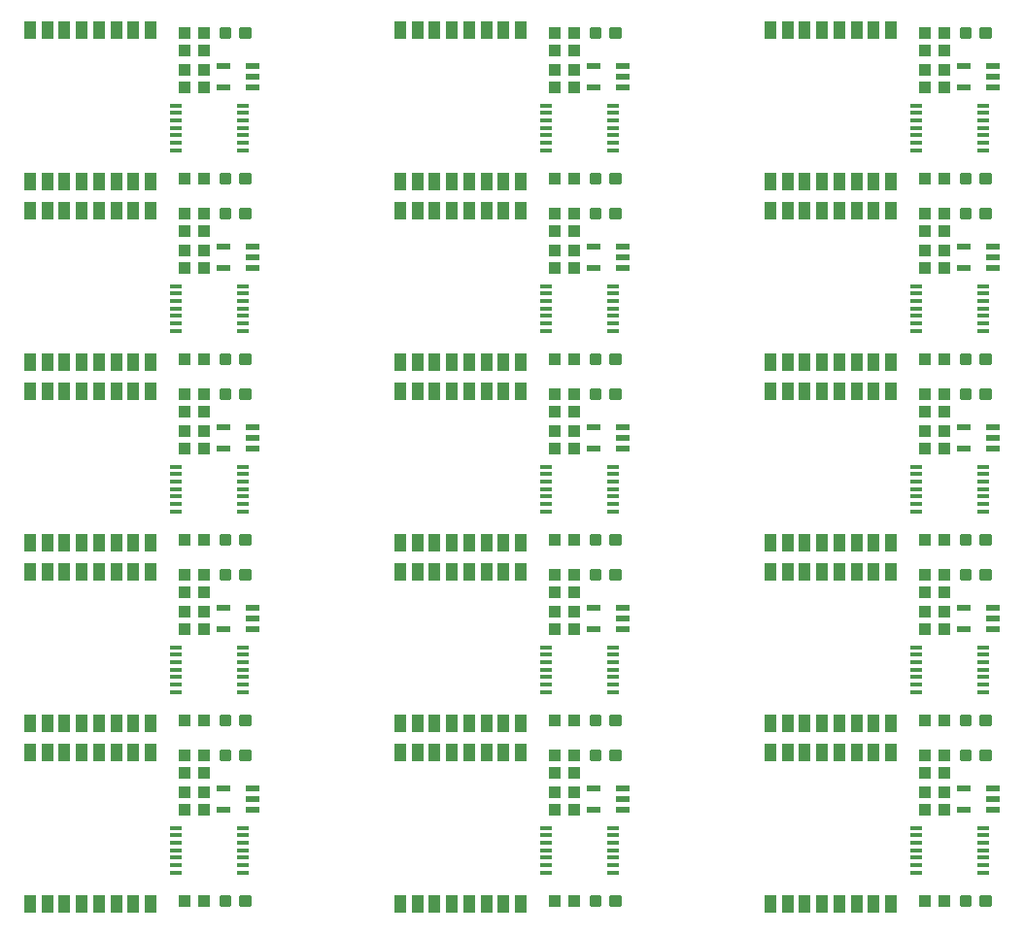
<source format=gtp>
G75*
%MOIN*%
%OFA0B0*%
%FSLAX25Y25*%
%IPPOS*%
%LPD*%
%AMOC8*
5,1,8,0,0,1.08239X$1,22.5*
%
%ADD10R,0.04331X0.03937*%
%ADD11C,0.01181*%
%ADD12R,0.04724X0.02165*%
%ADD13R,0.03937X0.05906*%
%ADD14R,0.03900X0.01200*%
D10*
X0110404Y0033750D03*
X0117096Y0033750D03*
X0117096Y0065250D03*
X0117096Y0071250D03*
X0110404Y0071250D03*
X0110404Y0065250D03*
X0110404Y0077750D03*
X0110404Y0083750D03*
X0117096Y0083750D03*
X0117096Y0077750D03*
X0117096Y0095750D03*
X0110404Y0095750D03*
X0110404Y0127250D03*
X0110404Y0133250D03*
X0117096Y0133250D03*
X0117096Y0127250D03*
X0117096Y0139750D03*
X0117096Y0145750D03*
X0110404Y0145750D03*
X0110404Y0139750D03*
X0110404Y0157750D03*
X0117096Y0157750D03*
X0117096Y0189250D03*
X0110404Y0189250D03*
X0110404Y0195250D03*
X0110404Y0201750D03*
X0117096Y0201750D03*
X0117096Y0195250D03*
X0117096Y0207750D03*
X0110404Y0207750D03*
X0110404Y0219750D03*
X0117096Y0219750D03*
X0117096Y0251250D03*
X0110404Y0251250D03*
X0110404Y0257250D03*
X0117096Y0257250D03*
X0117096Y0263750D03*
X0117096Y0269750D03*
X0110404Y0269750D03*
X0110404Y0263750D03*
X0110404Y0281750D03*
X0117096Y0281750D03*
X0117096Y0313250D03*
X0117096Y0319250D03*
X0110404Y0319250D03*
X0110404Y0313250D03*
X0110404Y0325750D03*
X0110404Y0331750D03*
X0117096Y0331750D03*
X0117096Y0325750D03*
X0237404Y0325750D03*
X0237404Y0331750D03*
X0244096Y0331750D03*
X0244096Y0325750D03*
X0244096Y0319250D03*
X0244096Y0313250D03*
X0237404Y0313250D03*
X0237404Y0319250D03*
X0237404Y0281750D03*
X0244096Y0281750D03*
X0244096Y0269750D03*
X0244096Y0263750D03*
X0237404Y0263750D03*
X0237404Y0269750D03*
X0237404Y0257250D03*
X0244096Y0257250D03*
X0244096Y0251250D03*
X0237404Y0251250D03*
X0237404Y0219750D03*
X0244096Y0219750D03*
X0244096Y0207750D03*
X0237404Y0207750D03*
X0237404Y0201750D03*
X0237404Y0195250D03*
X0244096Y0195250D03*
X0244096Y0201750D03*
X0244096Y0189250D03*
X0237404Y0189250D03*
X0237404Y0157750D03*
X0244096Y0157750D03*
X0244096Y0145750D03*
X0244096Y0139750D03*
X0237404Y0139750D03*
X0237404Y0145750D03*
X0237404Y0133250D03*
X0237404Y0127250D03*
X0244096Y0127250D03*
X0244096Y0133250D03*
X0244096Y0095750D03*
X0237404Y0095750D03*
X0237404Y0083750D03*
X0237404Y0077750D03*
X0244096Y0077750D03*
X0244096Y0083750D03*
X0244096Y0071250D03*
X0244096Y0065250D03*
X0237404Y0065250D03*
X0237404Y0071250D03*
X0237404Y0033750D03*
X0244096Y0033750D03*
X0364404Y0033750D03*
X0371096Y0033750D03*
X0371096Y0065250D03*
X0371096Y0071250D03*
X0364404Y0071250D03*
X0364404Y0065250D03*
X0364404Y0077750D03*
X0364404Y0083750D03*
X0371096Y0083750D03*
X0371096Y0077750D03*
X0371096Y0095750D03*
X0364404Y0095750D03*
X0364404Y0127250D03*
X0364404Y0133250D03*
X0371096Y0133250D03*
X0371096Y0127250D03*
X0371096Y0139750D03*
X0371096Y0145750D03*
X0364404Y0145750D03*
X0364404Y0139750D03*
X0364404Y0157750D03*
X0371096Y0157750D03*
X0371096Y0189250D03*
X0364404Y0189250D03*
X0364404Y0195250D03*
X0364404Y0201750D03*
X0371096Y0201750D03*
X0371096Y0195250D03*
X0371096Y0207750D03*
X0364404Y0207750D03*
X0364404Y0219750D03*
X0371096Y0219750D03*
X0371096Y0251250D03*
X0364404Y0251250D03*
X0364404Y0257250D03*
X0371096Y0257250D03*
X0371096Y0263750D03*
X0371096Y0269750D03*
X0364404Y0269750D03*
X0364404Y0263750D03*
X0364404Y0281750D03*
X0371096Y0281750D03*
X0371096Y0313250D03*
X0371096Y0319250D03*
X0364404Y0319250D03*
X0364404Y0313250D03*
X0364404Y0325750D03*
X0364404Y0331750D03*
X0371096Y0331750D03*
X0371096Y0325750D03*
D11*
X0376919Y0330372D02*
X0376919Y0333128D01*
X0379675Y0333128D01*
X0379675Y0330372D01*
X0376919Y0330372D01*
X0376919Y0331552D02*
X0379675Y0331552D01*
X0379675Y0332732D02*
X0376919Y0332732D01*
X0383825Y0333128D02*
X0383825Y0330372D01*
X0383825Y0333128D02*
X0386581Y0333128D01*
X0386581Y0330372D01*
X0383825Y0330372D01*
X0383825Y0331552D02*
X0386581Y0331552D01*
X0386581Y0332732D02*
X0383825Y0332732D01*
X0383825Y0283128D02*
X0383825Y0280372D01*
X0383825Y0283128D02*
X0386581Y0283128D01*
X0386581Y0280372D01*
X0383825Y0280372D01*
X0383825Y0281552D02*
X0386581Y0281552D01*
X0386581Y0282732D02*
X0383825Y0282732D01*
X0376919Y0283128D02*
X0376919Y0280372D01*
X0376919Y0283128D02*
X0379675Y0283128D01*
X0379675Y0280372D01*
X0376919Y0280372D01*
X0376919Y0281552D02*
X0379675Y0281552D01*
X0379675Y0282732D02*
X0376919Y0282732D01*
X0376919Y0271128D02*
X0376919Y0268372D01*
X0376919Y0271128D02*
X0379675Y0271128D01*
X0379675Y0268372D01*
X0376919Y0268372D01*
X0376919Y0269552D02*
X0379675Y0269552D01*
X0379675Y0270732D02*
X0376919Y0270732D01*
X0383825Y0271128D02*
X0383825Y0268372D01*
X0383825Y0271128D02*
X0386581Y0271128D01*
X0386581Y0268372D01*
X0383825Y0268372D01*
X0383825Y0269552D02*
X0386581Y0269552D01*
X0386581Y0270732D02*
X0383825Y0270732D01*
X0383825Y0221128D02*
X0383825Y0218372D01*
X0383825Y0221128D02*
X0386581Y0221128D01*
X0386581Y0218372D01*
X0383825Y0218372D01*
X0383825Y0219552D02*
X0386581Y0219552D01*
X0386581Y0220732D02*
X0383825Y0220732D01*
X0376919Y0221128D02*
X0376919Y0218372D01*
X0376919Y0221128D02*
X0379675Y0221128D01*
X0379675Y0218372D01*
X0376919Y0218372D01*
X0376919Y0219552D02*
X0379675Y0219552D01*
X0379675Y0220732D02*
X0376919Y0220732D01*
X0376919Y0209128D02*
X0376919Y0206372D01*
X0376919Y0209128D02*
X0379675Y0209128D01*
X0379675Y0206372D01*
X0376919Y0206372D01*
X0376919Y0207552D02*
X0379675Y0207552D01*
X0379675Y0208732D02*
X0376919Y0208732D01*
X0383825Y0209128D02*
X0383825Y0206372D01*
X0383825Y0209128D02*
X0386581Y0209128D01*
X0386581Y0206372D01*
X0383825Y0206372D01*
X0383825Y0207552D02*
X0386581Y0207552D01*
X0386581Y0208732D02*
X0383825Y0208732D01*
X0383825Y0159128D02*
X0383825Y0156372D01*
X0383825Y0159128D02*
X0386581Y0159128D01*
X0386581Y0156372D01*
X0383825Y0156372D01*
X0383825Y0157552D02*
X0386581Y0157552D01*
X0386581Y0158732D02*
X0383825Y0158732D01*
X0376919Y0159128D02*
X0376919Y0156372D01*
X0376919Y0159128D02*
X0379675Y0159128D01*
X0379675Y0156372D01*
X0376919Y0156372D01*
X0376919Y0157552D02*
X0379675Y0157552D01*
X0379675Y0158732D02*
X0376919Y0158732D01*
X0376919Y0147128D02*
X0376919Y0144372D01*
X0376919Y0147128D02*
X0379675Y0147128D01*
X0379675Y0144372D01*
X0376919Y0144372D01*
X0376919Y0145552D02*
X0379675Y0145552D01*
X0379675Y0146732D02*
X0376919Y0146732D01*
X0383825Y0147128D02*
X0383825Y0144372D01*
X0383825Y0147128D02*
X0386581Y0147128D01*
X0386581Y0144372D01*
X0383825Y0144372D01*
X0383825Y0145552D02*
X0386581Y0145552D01*
X0386581Y0146732D02*
X0383825Y0146732D01*
X0383825Y0097128D02*
X0383825Y0094372D01*
X0383825Y0097128D02*
X0386581Y0097128D01*
X0386581Y0094372D01*
X0383825Y0094372D01*
X0383825Y0095552D02*
X0386581Y0095552D01*
X0386581Y0096732D02*
X0383825Y0096732D01*
X0376919Y0097128D02*
X0376919Y0094372D01*
X0376919Y0097128D02*
X0379675Y0097128D01*
X0379675Y0094372D01*
X0376919Y0094372D01*
X0376919Y0095552D02*
X0379675Y0095552D01*
X0379675Y0096732D02*
X0376919Y0096732D01*
X0376919Y0085128D02*
X0376919Y0082372D01*
X0376919Y0085128D02*
X0379675Y0085128D01*
X0379675Y0082372D01*
X0376919Y0082372D01*
X0376919Y0083552D02*
X0379675Y0083552D01*
X0379675Y0084732D02*
X0376919Y0084732D01*
X0383825Y0085128D02*
X0383825Y0082372D01*
X0383825Y0085128D02*
X0386581Y0085128D01*
X0386581Y0082372D01*
X0383825Y0082372D01*
X0383825Y0083552D02*
X0386581Y0083552D01*
X0386581Y0084732D02*
X0383825Y0084732D01*
X0383825Y0035128D02*
X0383825Y0032372D01*
X0383825Y0035128D02*
X0386581Y0035128D01*
X0386581Y0032372D01*
X0383825Y0032372D01*
X0383825Y0033552D02*
X0386581Y0033552D01*
X0386581Y0034732D02*
X0383825Y0034732D01*
X0376919Y0035128D02*
X0376919Y0032372D01*
X0376919Y0035128D02*
X0379675Y0035128D01*
X0379675Y0032372D01*
X0376919Y0032372D01*
X0376919Y0033552D02*
X0379675Y0033552D01*
X0379675Y0034732D02*
X0376919Y0034732D01*
X0256825Y0035128D02*
X0256825Y0032372D01*
X0256825Y0035128D02*
X0259581Y0035128D01*
X0259581Y0032372D01*
X0256825Y0032372D01*
X0256825Y0033552D02*
X0259581Y0033552D01*
X0259581Y0034732D02*
X0256825Y0034732D01*
X0249919Y0035128D02*
X0249919Y0032372D01*
X0249919Y0035128D02*
X0252675Y0035128D01*
X0252675Y0032372D01*
X0249919Y0032372D01*
X0249919Y0033552D02*
X0252675Y0033552D01*
X0252675Y0034732D02*
X0249919Y0034732D01*
X0249919Y0082372D02*
X0249919Y0085128D01*
X0252675Y0085128D01*
X0252675Y0082372D01*
X0249919Y0082372D01*
X0249919Y0083552D02*
X0252675Y0083552D01*
X0252675Y0084732D02*
X0249919Y0084732D01*
X0256825Y0085128D02*
X0256825Y0082372D01*
X0256825Y0085128D02*
X0259581Y0085128D01*
X0259581Y0082372D01*
X0256825Y0082372D01*
X0256825Y0083552D02*
X0259581Y0083552D01*
X0259581Y0084732D02*
X0256825Y0084732D01*
X0256825Y0094372D02*
X0256825Y0097128D01*
X0259581Y0097128D01*
X0259581Y0094372D01*
X0256825Y0094372D01*
X0256825Y0095552D02*
X0259581Y0095552D01*
X0259581Y0096732D02*
X0256825Y0096732D01*
X0249919Y0097128D02*
X0249919Y0094372D01*
X0249919Y0097128D02*
X0252675Y0097128D01*
X0252675Y0094372D01*
X0249919Y0094372D01*
X0249919Y0095552D02*
X0252675Y0095552D01*
X0252675Y0096732D02*
X0249919Y0096732D01*
X0249919Y0144372D02*
X0249919Y0147128D01*
X0252675Y0147128D01*
X0252675Y0144372D01*
X0249919Y0144372D01*
X0249919Y0145552D02*
X0252675Y0145552D01*
X0252675Y0146732D02*
X0249919Y0146732D01*
X0256825Y0147128D02*
X0256825Y0144372D01*
X0256825Y0147128D02*
X0259581Y0147128D01*
X0259581Y0144372D01*
X0256825Y0144372D01*
X0256825Y0145552D02*
X0259581Y0145552D01*
X0259581Y0146732D02*
X0256825Y0146732D01*
X0256825Y0156372D02*
X0256825Y0159128D01*
X0259581Y0159128D01*
X0259581Y0156372D01*
X0256825Y0156372D01*
X0256825Y0157552D02*
X0259581Y0157552D01*
X0259581Y0158732D02*
X0256825Y0158732D01*
X0249919Y0159128D02*
X0249919Y0156372D01*
X0249919Y0159128D02*
X0252675Y0159128D01*
X0252675Y0156372D01*
X0249919Y0156372D01*
X0249919Y0157552D02*
X0252675Y0157552D01*
X0252675Y0158732D02*
X0249919Y0158732D01*
X0249919Y0206372D02*
X0249919Y0209128D01*
X0252675Y0209128D01*
X0252675Y0206372D01*
X0249919Y0206372D01*
X0249919Y0207552D02*
X0252675Y0207552D01*
X0252675Y0208732D02*
X0249919Y0208732D01*
X0256825Y0209128D02*
X0256825Y0206372D01*
X0256825Y0209128D02*
X0259581Y0209128D01*
X0259581Y0206372D01*
X0256825Y0206372D01*
X0256825Y0207552D02*
X0259581Y0207552D01*
X0259581Y0208732D02*
X0256825Y0208732D01*
X0256825Y0218372D02*
X0256825Y0221128D01*
X0259581Y0221128D01*
X0259581Y0218372D01*
X0256825Y0218372D01*
X0256825Y0219552D02*
X0259581Y0219552D01*
X0259581Y0220732D02*
X0256825Y0220732D01*
X0249919Y0221128D02*
X0249919Y0218372D01*
X0249919Y0221128D02*
X0252675Y0221128D01*
X0252675Y0218372D01*
X0249919Y0218372D01*
X0249919Y0219552D02*
X0252675Y0219552D01*
X0252675Y0220732D02*
X0249919Y0220732D01*
X0249919Y0268372D02*
X0249919Y0271128D01*
X0252675Y0271128D01*
X0252675Y0268372D01*
X0249919Y0268372D01*
X0249919Y0269552D02*
X0252675Y0269552D01*
X0252675Y0270732D02*
X0249919Y0270732D01*
X0256825Y0271128D02*
X0256825Y0268372D01*
X0256825Y0271128D02*
X0259581Y0271128D01*
X0259581Y0268372D01*
X0256825Y0268372D01*
X0256825Y0269552D02*
X0259581Y0269552D01*
X0259581Y0270732D02*
X0256825Y0270732D01*
X0256825Y0280372D02*
X0256825Y0283128D01*
X0259581Y0283128D01*
X0259581Y0280372D01*
X0256825Y0280372D01*
X0256825Y0281552D02*
X0259581Y0281552D01*
X0259581Y0282732D02*
X0256825Y0282732D01*
X0249919Y0283128D02*
X0249919Y0280372D01*
X0249919Y0283128D02*
X0252675Y0283128D01*
X0252675Y0280372D01*
X0249919Y0280372D01*
X0249919Y0281552D02*
X0252675Y0281552D01*
X0252675Y0282732D02*
X0249919Y0282732D01*
X0249919Y0330372D02*
X0249919Y0333128D01*
X0252675Y0333128D01*
X0252675Y0330372D01*
X0249919Y0330372D01*
X0249919Y0331552D02*
X0252675Y0331552D01*
X0252675Y0332732D02*
X0249919Y0332732D01*
X0256825Y0333128D02*
X0256825Y0330372D01*
X0256825Y0333128D02*
X0259581Y0333128D01*
X0259581Y0330372D01*
X0256825Y0330372D01*
X0256825Y0331552D02*
X0259581Y0331552D01*
X0259581Y0332732D02*
X0256825Y0332732D01*
X0129825Y0333128D02*
X0129825Y0330372D01*
X0129825Y0333128D02*
X0132581Y0333128D01*
X0132581Y0330372D01*
X0129825Y0330372D01*
X0129825Y0331552D02*
X0132581Y0331552D01*
X0132581Y0332732D02*
X0129825Y0332732D01*
X0122919Y0333128D02*
X0122919Y0330372D01*
X0122919Y0333128D02*
X0125675Y0333128D01*
X0125675Y0330372D01*
X0122919Y0330372D01*
X0122919Y0331552D02*
X0125675Y0331552D01*
X0125675Y0332732D02*
X0122919Y0332732D01*
X0122919Y0283128D02*
X0122919Y0280372D01*
X0122919Y0283128D02*
X0125675Y0283128D01*
X0125675Y0280372D01*
X0122919Y0280372D01*
X0122919Y0281552D02*
X0125675Y0281552D01*
X0125675Y0282732D02*
X0122919Y0282732D01*
X0129825Y0283128D02*
X0129825Y0280372D01*
X0129825Y0283128D02*
X0132581Y0283128D01*
X0132581Y0280372D01*
X0129825Y0280372D01*
X0129825Y0281552D02*
X0132581Y0281552D01*
X0132581Y0282732D02*
X0129825Y0282732D01*
X0129825Y0271128D02*
X0129825Y0268372D01*
X0129825Y0271128D02*
X0132581Y0271128D01*
X0132581Y0268372D01*
X0129825Y0268372D01*
X0129825Y0269552D02*
X0132581Y0269552D01*
X0132581Y0270732D02*
X0129825Y0270732D01*
X0122919Y0271128D02*
X0122919Y0268372D01*
X0122919Y0271128D02*
X0125675Y0271128D01*
X0125675Y0268372D01*
X0122919Y0268372D01*
X0122919Y0269552D02*
X0125675Y0269552D01*
X0125675Y0270732D02*
X0122919Y0270732D01*
X0122919Y0221128D02*
X0122919Y0218372D01*
X0122919Y0221128D02*
X0125675Y0221128D01*
X0125675Y0218372D01*
X0122919Y0218372D01*
X0122919Y0219552D02*
X0125675Y0219552D01*
X0125675Y0220732D02*
X0122919Y0220732D01*
X0129825Y0221128D02*
X0129825Y0218372D01*
X0129825Y0221128D02*
X0132581Y0221128D01*
X0132581Y0218372D01*
X0129825Y0218372D01*
X0129825Y0219552D02*
X0132581Y0219552D01*
X0132581Y0220732D02*
X0129825Y0220732D01*
X0129825Y0209128D02*
X0129825Y0206372D01*
X0129825Y0209128D02*
X0132581Y0209128D01*
X0132581Y0206372D01*
X0129825Y0206372D01*
X0129825Y0207552D02*
X0132581Y0207552D01*
X0132581Y0208732D02*
X0129825Y0208732D01*
X0122919Y0209128D02*
X0122919Y0206372D01*
X0122919Y0209128D02*
X0125675Y0209128D01*
X0125675Y0206372D01*
X0122919Y0206372D01*
X0122919Y0207552D02*
X0125675Y0207552D01*
X0125675Y0208732D02*
X0122919Y0208732D01*
X0122919Y0159128D02*
X0122919Y0156372D01*
X0122919Y0159128D02*
X0125675Y0159128D01*
X0125675Y0156372D01*
X0122919Y0156372D01*
X0122919Y0157552D02*
X0125675Y0157552D01*
X0125675Y0158732D02*
X0122919Y0158732D01*
X0129825Y0159128D02*
X0129825Y0156372D01*
X0129825Y0159128D02*
X0132581Y0159128D01*
X0132581Y0156372D01*
X0129825Y0156372D01*
X0129825Y0157552D02*
X0132581Y0157552D01*
X0132581Y0158732D02*
X0129825Y0158732D01*
X0129825Y0147128D02*
X0129825Y0144372D01*
X0129825Y0147128D02*
X0132581Y0147128D01*
X0132581Y0144372D01*
X0129825Y0144372D01*
X0129825Y0145552D02*
X0132581Y0145552D01*
X0132581Y0146732D02*
X0129825Y0146732D01*
X0122919Y0147128D02*
X0122919Y0144372D01*
X0122919Y0147128D02*
X0125675Y0147128D01*
X0125675Y0144372D01*
X0122919Y0144372D01*
X0122919Y0145552D02*
X0125675Y0145552D01*
X0125675Y0146732D02*
X0122919Y0146732D01*
X0122919Y0097128D02*
X0122919Y0094372D01*
X0122919Y0097128D02*
X0125675Y0097128D01*
X0125675Y0094372D01*
X0122919Y0094372D01*
X0122919Y0095552D02*
X0125675Y0095552D01*
X0125675Y0096732D02*
X0122919Y0096732D01*
X0129825Y0097128D02*
X0129825Y0094372D01*
X0129825Y0097128D02*
X0132581Y0097128D01*
X0132581Y0094372D01*
X0129825Y0094372D01*
X0129825Y0095552D02*
X0132581Y0095552D01*
X0132581Y0096732D02*
X0129825Y0096732D01*
X0129825Y0085128D02*
X0129825Y0082372D01*
X0129825Y0085128D02*
X0132581Y0085128D01*
X0132581Y0082372D01*
X0129825Y0082372D01*
X0129825Y0083552D02*
X0132581Y0083552D01*
X0132581Y0084732D02*
X0129825Y0084732D01*
X0122919Y0085128D02*
X0122919Y0082372D01*
X0122919Y0085128D02*
X0125675Y0085128D01*
X0125675Y0082372D01*
X0122919Y0082372D01*
X0122919Y0083552D02*
X0125675Y0083552D01*
X0125675Y0084732D02*
X0122919Y0084732D01*
X0122919Y0035128D02*
X0122919Y0032372D01*
X0122919Y0035128D02*
X0125675Y0035128D01*
X0125675Y0032372D01*
X0122919Y0032372D01*
X0122919Y0033552D02*
X0125675Y0033552D01*
X0125675Y0034732D02*
X0122919Y0034732D01*
X0129825Y0035128D02*
X0129825Y0032372D01*
X0129825Y0035128D02*
X0132581Y0035128D01*
X0132581Y0032372D01*
X0129825Y0032372D01*
X0129825Y0033552D02*
X0132581Y0033552D01*
X0132581Y0034732D02*
X0129825Y0034732D01*
D12*
X0133869Y0065010D03*
X0133869Y0068750D03*
X0133869Y0072490D03*
X0123631Y0072490D03*
X0123631Y0065010D03*
X0123631Y0127010D03*
X0123631Y0134490D03*
X0133869Y0134490D03*
X0133869Y0130750D03*
X0133869Y0127010D03*
X0133869Y0189010D03*
X0133869Y0192750D03*
X0133869Y0196490D03*
X0123631Y0196490D03*
X0123631Y0189010D03*
X0123631Y0251010D03*
X0123631Y0258490D03*
X0133869Y0258490D03*
X0133869Y0254750D03*
X0133869Y0251010D03*
X0133869Y0313010D03*
X0133869Y0316750D03*
X0133869Y0320490D03*
X0123631Y0320490D03*
X0123631Y0313010D03*
X0250631Y0313010D03*
X0250631Y0320490D03*
X0260869Y0320490D03*
X0260869Y0316750D03*
X0260869Y0313010D03*
X0260869Y0258490D03*
X0260869Y0254750D03*
X0260869Y0251010D03*
X0250631Y0251010D03*
X0250631Y0258490D03*
X0250631Y0196490D03*
X0250631Y0189010D03*
X0260869Y0189010D03*
X0260869Y0192750D03*
X0260869Y0196490D03*
X0260869Y0134490D03*
X0260869Y0130750D03*
X0260869Y0127010D03*
X0250631Y0127010D03*
X0250631Y0134490D03*
X0250631Y0072490D03*
X0250631Y0065010D03*
X0260869Y0065010D03*
X0260869Y0068750D03*
X0260869Y0072490D03*
X0377631Y0072490D03*
X0377631Y0065010D03*
X0387869Y0065010D03*
X0387869Y0068750D03*
X0387869Y0072490D03*
X0387869Y0127010D03*
X0387869Y0130750D03*
X0387869Y0134490D03*
X0377631Y0134490D03*
X0377631Y0127010D03*
X0377631Y0189010D03*
X0377631Y0196490D03*
X0387869Y0196490D03*
X0387869Y0192750D03*
X0387869Y0189010D03*
X0387869Y0251010D03*
X0387869Y0254750D03*
X0387869Y0258490D03*
X0377631Y0258490D03*
X0377631Y0251010D03*
X0377631Y0313010D03*
X0377631Y0320490D03*
X0387869Y0320490D03*
X0387869Y0316750D03*
X0387869Y0313010D03*
D13*
X0057392Y0032766D03*
X0063297Y0032766D03*
X0069203Y0032766D03*
X0075108Y0032766D03*
X0081014Y0032766D03*
X0086919Y0032766D03*
X0092825Y0032766D03*
X0098730Y0032766D03*
X0098730Y0084734D03*
X0092825Y0084734D03*
X0086919Y0084734D03*
X0081014Y0084734D03*
X0075108Y0084734D03*
X0069203Y0084734D03*
X0063297Y0084734D03*
X0057392Y0084734D03*
X0057392Y0094766D03*
X0063297Y0094766D03*
X0069203Y0094766D03*
X0075108Y0094766D03*
X0081014Y0094766D03*
X0086919Y0094766D03*
X0092825Y0094766D03*
X0098730Y0094766D03*
X0098730Y0146734D03*
X0092825Y0146734D03*
X0086919Y0146734D03*
X0081014Y0146734D03*
X0075108Y0146734D03*
X0069203Y0146734D03*
X0063297Y0146734D03*
X0057392Y0146734D03*
X0057392Y0156766D03*
X0063297Y0156766D03*
X0069203Y0156766D03*
X0075108Y0156766D03*
X0081014Y0156766D03*
X0086919Y0156766D03*
X0092825Y0156766D03*
X0098730Y0156766D03*
X0098730Y0208734D03*
X0092825Y0208734D03*
X0086919Y0208734D03*
X0081014Y0208734D03*
X0075108Y0208734D03*
X0069203Y0208734D03*
X0063297Y0208734D03*
X0057392Y0208734D03*
X0057392Y0218766D03*
X0063297Y0218766D03*
X0069203Y0218766D03*
X0075108Y0218766D03*
X0081014Y0218766D03*
X0086919Y0218766D03*
X0092825Y0218766D03*
X0098730Y0218766D03*
X0098730Y0270734D03*
X0092825Y0270734D03*
X0086919Y0270734D03*
X0081014Y0270734D03*
X0075108Y0270734D03*
X0069203Y0270734D03*
X0063297Y0270734D03*
X0057392Y0270734D03*
X0057392Y0280766D03*
X0063297Y0280766D03*
X0069203Y0280766D03*
X0075108Y0280766D03*
X0081014Y0280766D03*
X0086919Y0280766D03*
X0092825Y0280766D03*
X0098730Y0280766D03*
X0098730Y0332734D03*
X0092825Y0332734D03*
X0086919Y0332734D03*
X0081014Y0332734D03*
X0075108Y0332734D03*
X0069203Y0332734D03*
X0063297Y0332734D03*
X0057392Y0332734D03*
X0184392Y0332734D03*
X0190297Y0332734D03*
X0196203Y0332734D03*
X0202108Y0332734D03*
X0208014Y0332734D03*
X0213919Y0332734D03*
X0219825Y0332734D03*
X0225730Y0332734D03*
X0225730Y0280766D03*
X0219825Y0280766D03*
X0213919Y0280766D03*
X0208014Y0280766D03*
X0202108Y0280766D03*
X0196203Y0280766D03*
X0190297Y0280766D03*
X0184392Y0280766D03*
X0184392Y0270734D03*
X0190297Y0270734D03*
X0196203Y0270734D03*
X0202108Y0270734D03*
X0208014Y0270734D03*
X0213919Y0270734D03*
X0219825Y0270734D03*
X0225730Y0270734D03*
X0225730Y0218766D03*
X0219825Y0218766D03*
X0213919Y0218766D03*
X0208014Y0218766D03*
X0202108Y0218766D03*
X0196203Y0218766D03*
X0190297Y0218766D03*
X0184392Y0218766D03*
X0184392Y0208734D03*
X0190297Y0208734D03*
X0196203Y0208734D03*
X0202108Y0208734D03*
X0208014Y0208734D03*
X0213919Y0208734D03*
X0219825Y0208734D03*
X0225730Y0208734D03*
X0225730Y0156766D03*
X0219825Y0156766D03*
X0213919Y0156766D03*
X0208014Y0156766D03*
X0202108Y0156766D03*
X0196203Y0156766D03*
X0190297Y0156766D03*
X0184392Y0156766D03*
X0184392Y0146734D03*
X0190297Y0146734D03*
X0196203Y0146734D03*
X0202108Y0146734D03*
X0208014Y0146734D03*
X0213919Y0146734D03*
X0219825Y0146734D03*
X0225730Y0146734D03*
X0225730Y0094766D03*
X0219825Y0094766D03*
X0213919Y0094766D03*
X0208014Y0094766D03*
X0202108Y0094766D03*
X0196203Y0094766D03*
X0190297Y0094766D03*
X0184392Y0094766D03*
X0184392Y0084734D03*
X0190297Y0084734D03*
X0196203Y0084734D03*
X0202108Y0084734D03*
X0208014Y0084734D03*
X0213919Y0084734D03*
X0219825Y0084734D03*
X0225730Y0084734D03*
X0225730Y0032766D03*
X0219825Y0032766D03*
X0213919Y0032766D03*
X0208014Y0032766D03*
X0202108Y0032766D03*
X0196203Y0032766D03*
X0190297Y0032766D03*
X0184392Y0032766D03*
X0311392Y0032766D03*
X0317297Y0032766D03*
X0323203Y0032766D03*
X0329108Y0032766D03*
X0335014Y0032766D03*
X0340919Y0032766D03*
X0346825Y0032766D03*
X0352730Y0032766D03*
X0352730Y0084734D03*
X0346825Y0084734D03*
X0340919Y0084734D03*
X0335014Y0084734D03*
X0329108Y0084734D03*
X0323203Y0084734D03*
X0317297Y0084734D03*
X0311392Y0084734D03*
X0311392Y0094766D03*
X0317297Y0094766D03*
X0323203Y0094766D03*
X0329108Y0094766D03*
X0335014Y0094766D03*
X0340919Y0094766D03*
X0346825Y0094766D03*
X0352730Y0094766D03*
X0352730Y0146734D03*
X0346825Y0146734D03*
X0340919Y0146734D03*
X0335014Y0146734D03*
X0329108Y0146734D03*
X0323203Y0146734D03*
X0317297Y0146734D03*
X0311392Y0146734D03*
X0311392Y0156766D03*
X0317297Y0156766D03*
X0323203Y0156766D03*
X0329108Y0156766D03*
X0335014Y0156766D03*
X0340919Y0156766D03*
X0346825Y0156766D03*
X0352730Y0156766D03*
X0352730Y0208734D03*
X0346825Y0208734D03*
X0340919Y0208734D03*
X0335014Y0208734D03*
X0329108Y0208734D03*
X0323203Y0208734D03*
X0317297Y0208734D03*
X0311392Y0208734D03*
X0311392Y0218766D03*
X0317297Y0218766D03*
X0323203Y0218766D03*
X0329108Y0218766D03*
X0335014Y0218766D03*
X0340919Y0218766D03*
X0346825Y0218766D03*
X0352730Y0218766D03*
X0352730Y0270734D03*
X0346825Y0270734D03*
X0340919Y0270734D03*
X0335014Y0270734D03*
X0329108Y0270734D03*
X0323203Y0270734D03*
X0317297Y0270734D03*
X0311392Y0270734D03*
X0311392Y0280766D03*
X0317297Y0280766D03*
X0323203Y0280766D03*
X0329108Y0280766D03*
X0335014Y0280766D03*
X0340919Y0280766D03*
X0346825Y0280766D03*
X0352730Y0280766D03*
X0352730Y0332734D03*
X0346825Y0332734D03*
X0340919Y0332734D03*
X0335014Y0332734D03*
X0329108Y0332734D03*
X0323203Y0332734D03*
X0317297Y0332734D03*
X0311392Y0332734D03*
D14*
X0361263Y0306927D03*
X0361263Y0304368D03*
X0361263Y0301809D03*
X0361263Y0299250D03*
X0361263Y0296691D03*
X0361263Y0294132D03*
X0361263Y0291573D03*
X0384237Y0291573D03*
X0384237Y0294132D03*
X0384237Y0296691D03*
X0384237Y0299250D03*
X0384237Y0301809D03*
X0384237Y0304368D03*
X0384237Y0306927D03*
X0384237Y0244927D03*
X0384237Y0242368D03*
X0384237Y0239809D03*
X0384237Y0237250D03*
X0384237Y0234691D03*
X0384237Y0232132D03*
X0384237Y0229573D03*
X0361263Y0229573D03*
X0361263Y0232132D03*
X0361263Y0234691D03*
X0361263Y0237250D03*
X0361263Y0239809D03*
X0361263Y0242368D03*
X0361263Y0244927D03*
X0361263Y0182927D03*
X0361263Y0180368D03*
X0361263Y0177809D03*
X0361263Y0175250D03*
X0361263Y0172691D03*
X0361263Y0170132D03*
X0361263Y0167573D03*
X0384237Y0167573D03*
X0384237Y0170132D03*
X0384237Y0172691D03*
X0384237Y0175250D03*
X0384237Y0177809D03*
X0384237Y0180368D03*
X0384237Y0182927D03*
X0384237Y0120927D03*
X0384237Y0118368D03*
X0384237Y0115809D03*
X0384237Y0113250D03*
X0384237Y0110691D03*
X0384237Y0108132D03*
X0384237Y0105573D03*
X0361263Y0105573D03*
X0361263Y0108132D03*
X0361263Y0110691D03*
X0361263Y0113250D03*
X0361263Y0115809D03*
X0361263Y0118368D03*
X0361263Y0120927D03*
X0361263Y0058927D03*
X0361263Y0056368D03*
X0361263Y0053809D03*
X0361263Y0051250D03*
X0361263Y0048691D03*
X0361263Y0046132D03*
X0361263Y0043573D03*
X0384237Y0043573D03*
X0384237Y0046132D03*
X0384237Y0048691D03*
X0384237Y0051250D03*
X0384237Y0053809D03*
X0384237Y0056368D03*
X0384237Y0058927D03*
X0257237Y0058927D03*
X0257237Y0056368D03*
X0257237Y0053809D03*
X0257237Y0051250D03*
X0257237Y0048691D03*
X0257237Y0046132D03*
X0257237Y0043573D03*
X0234263Y0043573D03*
X0234263Y0046132D03*
X0234263Y0048691D03*
X0234263Y0051250D03*
X0234263Y0053809D03*
X0234263Y0056368D03*
X0234263Y0058927D03*
X0234263Y0105573D03*
X0234263Y0108132D03*
X0234263Y0110691D03*
X0234263Y0113250D03*
X0234263Y0115809D03*
X0234263Y0118368D03*
X0234263Y0120927D03*
X0257237Y0120927D03*
X0257237Y0118368D03*
X0257237Y0115809D03*
X0257237Y0113250D03*
X0257237Y0110691D03*
X0257237Y0108132D03*
X0257237Y0105573D03*
X0257237Y0167573D03*
X0257237Y0170132D03*
X0257237Y0172691D03*
X0257237Y0175250D03*
X0257237Y0177809D03*
X0257237Y0180368D03*
X0257237Y0182927D03*
X0234263Y0182927D03*
X0234263Y0180368D03*
X0234263Y0177809D03*
X0234263Y0175250D03*
X0234263Y0172691D03*
X0234263Y0170132D03*
X0234263Y0167573D03*
X0234263Y0229573D03*
X0234263Y0232132D03*
X0234263Y0234691D03*
X0234263Y0237250D03*
X0234263Y0239809D03*
X0234263Y0242368D03*
X0234263Y0244927D03*
X0257237Y0244927D03*
X0257237Y0242368D03*
X0257237Y0239809D03*
X0257237Y0237250D03*
X0257237Y0234691D03*
X0257237Y0232132D03*
X0257237Y0229573D03*
X0257237Y0291573D03*
X0257237Y0294132D03*
X0257237Y0296691D03*
X0257237Y0299250D03*
X0257237Y0301809D03*
X0257237Y0304368D03*
X0257237Y0306927D03*
X0234263Y0306927D03*
X0234263Y0304368D03*
X0234263Y0301809D03*
X0234263Y0299250D03*
X0234263Y0296691D03*
X0234263Y0294132D03*
X0234263Y0291573D03*
X0130237Y0291573D03*
X0130237Y0294132D03*
X0130237Y0296691D03*
X0130237Y0299250D03*
X0130237Y0301809D03*
X0130237Y0304368D03*
X0130237Y0306927D03*
X0107263Y0306927D03*
X0107263Y0304368D03*
X0107263Y0301809D03*
X0107263Y0299250D03*
X0107263Y0296691D03*
X0107263Y0294132D03*
X0107263Y0291573D03*
X0107263Y0244927D03*
X0107263Y0242368D03*
X0107263Y0239809D03*
X0107263Y0237250D03*
X0107263Y0234691D03*
X0107263Y0232132D03*
X0107263Y0229573D03*
X0130237Y0229573D03*
X0130237Y0232132D03*
X0130237Y0234691D03*
X0130237Y0237250D03*
X0130237Y0239809D03*
X0130237Y0242368D03*
X0130237Y0244927D03*
X0130237Y0182927D03*
X0130237Y0180368D03*
X0130237Y0177809D03*
X0130237Y0175250D03*
X0130237Y0172691D03*
X0130237Y0170132D03*
X0130237Y0167573D03*
X0107263Y0167573D03*
X0107263Y0170132D03*
X0107263Y0172691D03*
X0107263Y0175250D03*
X0107263Y0177809D03*
X0107263Y0180368D03*
X0107263Y0182927D03*
X0107263Y0120927D03*
X0107263Y0118368D03*
X0107263Y0115809D03*
X0107263Y0113250D03*
X0107263Y0110691D03*
X0107263Y0108132D03*
X0107263Y0105573D03*
X0130237Y0105573D03*
X0130237Y0108132D03*
X0130237Y0110691D03*
X0130237Y0113250D03*
X0130237Y0115809D03*
X0130237Y0118368D03*
X0130237Y0120927D03*
X0130237Y0058927D03*
X0130237Y0056368D03*
X0130237Y0053809D03*
X0130237Y0051250D03*
X0130237Y0048691D03*
X0130237Y0046132D03*
X0130237Y0043573D03*
X0107263Y0043573D03*
X0107263Y0046132D03*
X0107263Y0048691D03*
X0107263Y0051250D03*
X0107263Y0053809D03*
X0107263Y0056368D03*
X0107263Y0058927D03*
M02*

</source>
